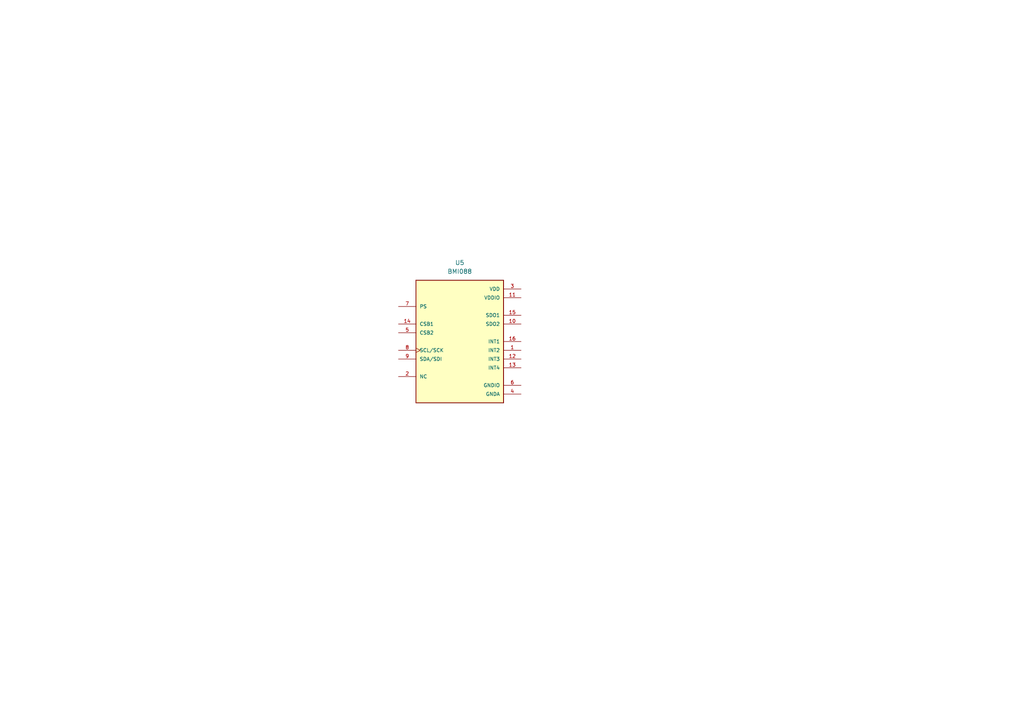
<source format=kicad_sch>
(kicad_sch (version 20230121) (generator eeschema)
  (paper "A4")
  (lib_symbols
    (symbol "BMI088:BMI088" (pin_names (offset 1.016))
      (property "Reference" "U" (at -12.7 18.415 0))
      (property "Value" "BMI088" (at -12.7 -20.32 0))
      (symbol "BMI088_0_0"
        (rectangle (start -12.7 -17.78) (end 12.7 17.78) (stroke (width 0.254)) (fill (type background)))
        (pin bidirectional line (at 17.78 -2.54 180) (length 5.08) (name "INT2") (number "1"))
        (pin output line (at 17.78 5.08 180) (length 5.08) (name "SDO2") (number "10"))
        (pin power_in line (at 17.78 12.7 180) (length 5.08) (name "VDDIO") (number "11"))
        (pin bidirectional line (at 17.78 -5.08 180) (length 5.08) (name "INT3") (number "12"))
        (pin bidirectional line (at 17.78 -7.62 180) (length 5.08) (name "INT4") (number "13"))
        (pin input line (at -17.78 5.08 0) (length 5.08) (name "CSB1") (number "14"))
        (pin output line (at 17.78 7.62 180) (length 5.08) (name "SDO1") (number "15"))
        (pin bidirectional line (at 17.78 0 180) (length 5.08) (name "INT1") (number "16"))
        (pin passive line (at -17.78 -10.16 0) (length 5.08) (name "NC") (number "2"))
        (pin power_in line (at 17.78 15.24 180) (length 5.08) (name "VDD") (number "3"))
        (pin power_in line (at 17.78 -15.24 180) (length 5.08) (name "GNDA") (number "4"))
        (pin input line (at -17.78 2.54 0) (length 5.08) (name "CSB2") (number "5"))
        (pin power_in line (at 17.78 -12.7 180) (length 5.08) (name "GNDIO") (number "6"))
        (pin input line (at -17.78 10.16 0) (length 5.08) (name "PS") (number "7"))
        (pin input clock (at -17.78 -2.54 0) (length 5.08) (name "SCL/SCK") (number "8"))
        (pin bidirectional line (at -17.78 -5.08 0) (length 5.08) (name "SDA/SDI") (number "9"))
      )
    )
  )
  (symbol (lib_id "BMI088:BMI088") (at 133.35 99.06 0) (unit 1)
    (property "Reference" "U5" (at 133.35 76.2 0))
    (property "Value" "BMI088" (at 133.35 78.74 0))
    (property "Footprint" "PQFN50P450X300X100-16N" (effects hide))
    (property "MF" "Bosch Sensortec" (effects hide))
    (property "PURCHASE-URL" "https://pricing.snapeda.com/search/part/BMI088/?ref=eda" (effects hide))
    (property "PACKAGE" "VFLGA-16 Bosch Sensortec" (effects hide))
    (property "PRICE" "None" (effects hide))
    (property "MP" "BMI088" (effects hide))
    (property "AVAILABILITY" "In Stock" (effects hide))
    (property "DESCRIPTION" "Accelerometer, Gyroscope, 6 Axis Sensor I²C, SPI Output" (effects hide))
  )
)
</source>
